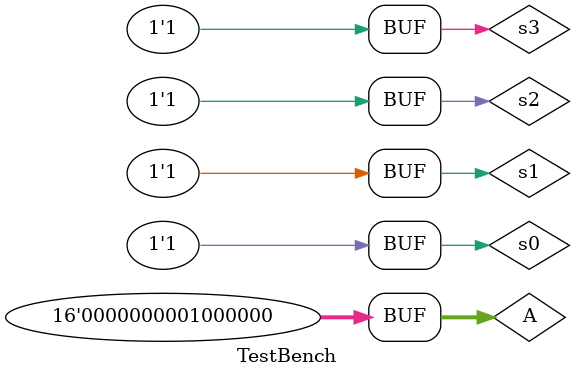
<source format=v>
`timescale 1ns / 1ps


module TestBench();
reg s3, s2, s1, s0;
reg [15:0]A;
wire [15:0]S;
Top U2(.s1(s1) ,.s0(s0), .s2(s2), .s3(s3), .S(S[15:0]), .A(A[15:0]));
initial begin 
A = 16'b0;
s0 = 0; s1 = 0; s2 = 0; s3 = 0;
#10
#10
A[6] = 1;
#10
s0 = 1; s1 = 0; s2 = 0; s3 = 0;
#10
s0 = 0; s1 = 1; s2 = 0; s3 = 0;
#10
s0 = 1; s1 = 1; s2 = 0; s3 = 0;
#10
s0 = 0; s1 = 0; s2 = 1; s3 = 0;
#10
s0 = 1; s1 = 0; s2 = 1; s3 = 0;
#10
s0 = 0; s1 = 1; s2 = 1; s3 = 0;
#10
s0 = 1; s1 = 1; s2 = 1; s3 = 0;
#10
s0 = 0; s1 = 0; s2 = 0; s3 = 1;
#10
s0 = 1; s1 = 0; s2 = 0; s3 = 1;
#10
s0 = 0; s1 = 1; s2 = 0; s3 = 1;
#10
s0 = 1; s1 = 1; s2 = 0; s3 = 1;
#10
s0 = 0; s1 = 0; s2 = 1; s3 = 1;
#10
s0 = 1; s1 = 0; s2 = 1; s3 = 1;
#10
s0 = 0; s1 = 1; s2 = 1; s3 = 1;
#10
s0 = 1; s1 = 1; s2 = 1; s3 = 1;
end
endmodule

</source>
